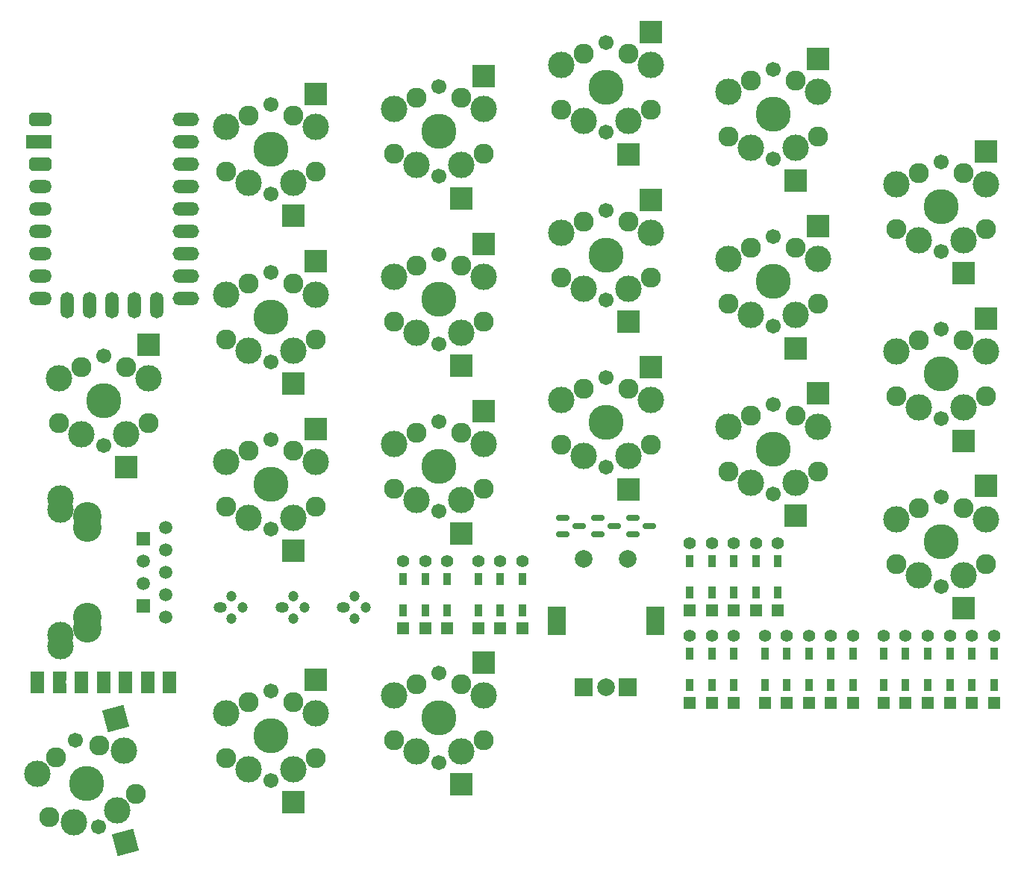
<source format=gbr>
%TF.GenerationSoftware,KiCad,Pcbnew,9.0.4*%
%TF.CreationDate,2025-10-31T22:45:31+09:00*%
%TF.ProjectId,KeeNoard-SMD,4b65654e-6f61-4726-942d-534d442e6b69,rev?*%
%TF.SameCoordinates,Original*%
%TF.FileFunction,Soldermask,Top*%
%TF.FilePolarity,Negative*%
%FSLAX46Y46*%
G04 Gerber Fmt 4.6, Leading zero omitted, Abs format (unit mm)*
G04 Created by KiCad (PCBNEW 9.0.4) date 2025-10-31 22:45:31*
%MOMM*%
%LPD*%
G01*
G04 APERTURE LIST*
G04 Aperture macros list*
%AMRoundRect*
0 Rectangle with rounded corners*
0 $1 Rounding radius*
0 $2 $3 $4 $5 $6 $7 $8 $9 X,Y pos of 4 corners*
0 Add a 4 corners polygon primitive as box body*
4,1,4,$2,$3,$4,$5,$6,$7,$8,$9,$2,$3,0*
0 Add four circle primitives for the rounded corners*
1,1,$1+$1,$2,$3*
1,1,$1+$1,$4,$5*
1,1,$1+$1,$6,$7*
1,1,$1+$1,$8,$9*
0 Add four rect primitives between the rounded corners*
20,1,$1+$1,$2,$3,$4,$5,0*
20,1,$1+$1,$4,$5,$6,$7,0*
20,1,$1+$1,$6,$7,$8,$9,0*
20,1,$1+$1,$8,$9,$2,$3,0*%
%AMRotRect*
0 Rectangle, with rotation*
0 The origin of the aperture is its center*
0 $1 length*
0 $2 width*
0 $3 Rotation angle, in degrees counterclockwise*
0 Add horizontal line*
21,1,$1,$2,0,0,$3*%
%AMOutline5P*
0 Free polygon, 5 corners , with rotation*
0 The origin of the aperture is its center*
0 number of corners: always 5*
0 $1 to $10 corner X, Y*
0 $11 Rotation angle, in degrees counterclockwise*
0 create outline with 5 corners*
4,1,5,$1,$2,$3,$4,$5,$6,$7,$8,$9,$10,$1,$2,$11*%
%AMOutline6P*
0 Free polygon, 6 corners , with rotation*
0 The origin of the aperture is its center*
0 number of corners: always 6*
0 $1 to $12 corner X, Y*
0 $13 Rotation angle, in degrees counterclockwise*
0 create outline with 6 corners*
4,1,6,$1,$2,$3,$4,$5,$6,$7,$8,$9,$10,$11,$12,$1,$2,$13*%
%AMOutline7P*
0 Free polygon, 7 corners , with rotation*
0 The origin of the aperture is its center*
0 number of corners: always 7*
0 $1 to $14 corner X, Y*
0 $15 Rotation angle, in degrees counterclockwise*
0 create outline with 7 corners*
4,1,7,$1,$2,$3,$4,$5,$6,$7,$8,$9,$10,$11,$12,$13,$14,$1,$2,$15*%
%AMOutline8P*
0 Free polygon, 8 corners , with rotation*
0 The origin of the aperture is its center*
0 number of corners: always 8*
0 $1 to $16 corner X, Y*
0 $17 Rotation angle, in degrees counterclockwise*
0 create outline with 8 corners*
4,1,8,$1,$2,$3,$4,$5,$6,$7,$8,$9,$10,$11,$12,$13,$14,$15,$16,$1,$2,$17*%
%AMFreePoly0*
4,1,6,1.000000,0.000000,0.500000,-0.750000,-0.500000,-0.750000,-0.500000,0.750000,0.500000,0.750000,1.000000,0.000000,1.000000,0.000000,$1*%
%AMFreePoly1*
4,1,6,0.500000,-0.750000,-0.650000,-0.750000,-0.150000,0.000000,-0.650000,0.750000,0.500000,0.750000,0.500000,-0.750000,0.500000,-0.750000,$1*%
G04 Aperture macros list end*
%ADD10C,0.000000*%
%ADD11R,1.397000X1.397000*%
%ADD12R,0.940000X1.400000*%
%ADD13C,1.397000*%
%ADD14FreePoly0,270.000000*%
%ADD15FreePoly1,270.000000*%
%ADD16C,1.200000*%
%ADD17O,1.500000X1.200000*%
%ADD18R,2.000000X2.000000*%
%ADD19C,2.000000*%
%ADD20R,2.000000X3.200000*%
%ADD21C,1.701800*%
%ADD22C,3.000000*%
%ADD23C,3.987800*%
%ADD24R,2.500000X2.550000*%
%ADD25C,2.286000*%
%ADD26O,3.000000X1.500000*%
%ADD27O,1.500000X3.000000*%
%ADD28O,2.600000X1.500000*%
%ADD29Outline8P,-1.300000X0.450000X-1.000000X0.750000X1.000000X0.750000X1.300000X0.450000X1.300000X-0.450000X1.000000X-0.750000X-1.000000X-0.750000X-1.300000X-0.450000X0.000000*%
%ADD30R,3.000000X1.500000*%
%ADD31RoundRect,0.150000X-0.587500X-0.150000X0.587500X-0.150000X0.587500X0.150000X-0.587500X0.150000X0*%
%ADD32C,3.250000*%
%ADD33R,1.500000X1.500000*%
%ADD34C,1.500000*%
%ADD35RotRect,2.550000X2.500000X285.000000*%
G04 APERTURE END LIST*
D10*
%TO.C,JP1*%
G36*
X38750000Y-101225000D02*
G01*
X37250000Y-101225000D01*
X37250000Y-98775000D01*
X38750000Y-98775000D01*
X38750000Y-101225000D01*
G37*
%TO.C,JP6*%
G36*
X51250000Y-101225000D02*
G01*
X49750000Y-101225000D01*
X49750000Y-98775000D01*
X51250000Y-98775000D01*
X51250000Y-101225000D01*
G37*
%TO.C,JP5*%
G36*
X48750000Y-101225000D02*
G01*
X47250000Y-101225000D01*
X47250000Y-98775000D01*
X48750000Y-98775000D01*
X48750000Y-101225000D01*
G37*
%TO.C,JP7*%
G36*
X53750000Y-101225000D02*
G01*
X52250000Y-101225000D01*
X52250000Y-98775000D01*
X53750000Y-98775000D01*
X53750000Y-101225000D01*
G37*
%TO.C,JP4*%
G36*
X46250000Y-101225000D02*
G01*
X44750000Y-101225000D01*
X44750000Y-98775000D01*
X46250000Y-98775000D01*
X46250000Y-101225000D01*
G37*
%TO.C,JP2*%
G36*
X41250000Y-101225000D02*
G01*
X39750000Y-101225000D01*
X39750000Y-98775000D01*
X41250000Y-98775000D01*
X41250000Y-101225000D01*
G37*
%TO.C,JP3*%
G36*
X43750000Y-101225000D02*
G01*
X42250000Y-101225000D01*
X42250000Y-98775000D01*
X43750000Y-98775000D01*
X43750000Y-101225000D01*
G37*
%TD*%
D11*
%TO.C,D10*%
X117000000Y-102309999D03*
D12*
X116999998Y-100274998D03*
X117000002Y-96725002D03*
D13*
X117000000Y-94690001D03*
%TD*%
D14*
%TO.C,JP1*%
X38000000Y-99275000D03*
D15*
X38000000Y-100725000D03*
%TD*%
D11*
%TO.C,D+2*%
X81999998Y-93809999D03*
D12*
X82000000Y-91774998D03*
X81999996Y-88225002D03*
D13*
X81999998Y-86190001D03*
%TD*%
D11*
%TO.C,D11*%
X117000000Y-91809999D03*
D12*
X116999998Y-89774998D03*
X117000002Y-86225002D03*
D13*
X117000000Y-84190001D03*
%TD*%
D16*
%TO.C,Q1*%
X61270000Y-91500000D03*
X60000000Y-90230000D03*
X60000000Y-92770000D03*
D17*
X58730000Y-91500000D03*
%TD*%
D18*
%TO.C,SW20*%
X100000000Y-100500000D03*
X105000000Y-100500000D03*
D19*
X102500000Y-100500000D03*
X102500000Y-100500000D03*
D20*
X96900000Y-93000000D03*
X108100000Y-93000000D03*
D19*
X105000000Y-86000000D03*
X100000000Y-86000000D03*
%TD*%
D21*
%TO.C,SW6*%
X64500000Y-100920000D03*
D22*
X69580000Y-103460000D03*
X59420000Y-103460000D03*
D23*
X64500000Y-106000000D03*
D22*
X67040000Y-109810000D03*
X61960000Y-109810000D03*
D21*
X64500000Y-111080000D03*
D24*
X69580000Y-99710000D03*
D25*
X67040000Y-102190000D03*
X61960000Y-102190000D03*
X69580000Y-108540000D03*
X59420000Y-108540000D03*
D24*
X67040000Y-113560000D03*
%TD*%
D16*
%TO.C,Q2*%
X68270000Y-91500000D03*
X67000000Y-90230000D03*
X67000000Y-92770000D03*
D17*
X65730000Y-91500000D03*
%TD*%
D21*
%TO.C,SW3*%
X64500000Y-34420000D03*
D22*
X69580000Y-36960000D03*
X59420000Y-36960000D03*
D23*
X64500000Y-39500000D03*
D22*
X67040000Y-43310000D03*
X61960000Y-43310000D03*
D21*
X64500000Y-44580000D03*
D24*
X69580000Y-33210000D03*
D25*
X67040000Y-35690000D03*
X61960000Y-35690000D03*
X69580000Y-42040000D03*
X59420000Y-42040000D03*
D24*
X67040000Y-47060000D03*
%TD*%
D11*
%TO.C,D13*%
X141499996Y-102309996D03*
D12*
X141499994Y-100274995D03*
X141499998Y-96724999D03*
D13*
X141499996Y-94689998D03*
%TD*%
D21*
%TO.C,SW4*%
X64500000Y-53420000D03*
D22*
X69580000Y-55960000D03*
X59420000Y-55960000D03*
D23*
X64500000Y-58500000D03*
D22*
X67040000Y-62310000D03*
X61960000Y-62310000D03*
D21*
X64500000Y-63580000D03*
D24*
X69580000Y-52210000D03*
D25*
X67040000Y-54690000D03*
X61960000Y-54690000D03*
X69580000Y-61040000D03*
X59420000Y-61040000D03*
D24*
X67040000Y-66060000D03*
%TD*%
D11*
%TO.C,D14*%
X119499997Y-91810004D03*
D12*
X119499995Y-89775003D03*
X119499999Y-86225007D03*
D13*
X119499997Y-84190006D03*
%TD*%
D21*
%TO.C,SW13*%
X102500000Y-65420000D03*
D22*
X107580000Y-67960000D03*
X97420000Y-67960000D03*
D23*
X102500000Y-70500000D03*
D22*
X105040000Y-74310000D03*
X99960000Y-74310000D03*
D21*
X102500000Y-75580000D03*
D24*
X107580000Y-64210000D03*
D25*
X105040000Y-66690000D03*
X99960000Y-66690000D03*
X107580000Y-73040000D03*
X97420000Y-73040000D03*
D24*
X105040000Y-78060000D03*
%TD*%
D14*
%TO.C,JP6*%
X50500000Y-99275000D03*
D15*
X50500000Y-100725000D03*
%TD*%
D11*
%TO.C,D8*%
X123000000Y-102309999D03*
D12*
X122999998Y-100274998D03*
X123000002Y-96725002D03*
D13*
X123000000Y-94690001D03*
%TD*%
D26*
%TO.C,U1*%
X54870000Y-36090000D03*
X54870000Y-38630000D03*
X54870000Y-41170000D03*
X54870000Y-43710000D03*
X54870000Y-46250000D03*
X54870000Y-48790000D03*
X54870000Y-51330000D03*
X54870000Y-53870000D03*
X54870000Y-56410000D03*
D27*
X51580000Y-57160000D03*
X49040000Y-57160000D03*
X46500000Y-57160000D03*
X43960000Y-57160000D03*
X41420000Y-57160000D03*
D28*
X38330000Y-56410000D03*
X38330000Y-53870000D03*
X38330000Y-51330000D03*
X38330000Y-48790000D03*
X38330000Y-46250000D03*
X38330000Y-43710000D03*
D29*
X38330000Y-41170000D03*
D30*
X38130000Y-38630000D03*
D29*
X38330000Y-36090000D03*
%TD*%
D21*
%TO.C,SW5*%
X64500000Y-72420000D03*
D22*
X69580000Y-74960000D03*
X59420000Y-74960000D03*
D23*
X64500000Y-77500000D03*
D22*
X67040000Y-81310000D03*
X61960000Y-81310000D03*
D21*
X64500000Y-82580000D03*
D24*
X69580000Y-71210000D03*
D25*
X67040000Y-73690000D03*
X61960000Y-73690000D03*
X69580000Y-80040000D03*
X59420000Y-80040000D03*
D24*
X67040000Y-85060000D03*
%TD*%
D11*
%TO.C,D3*%
X112000001Y-91810002D03*
D12*
X111999999Y-89775001D03*
X112000003Y-86225005D03*
D13*
X112000001Y-84190004D03*
%TD*%
D11*
%TO.C,D4*%
X120500000Y-102309999D03*
D12*
X120499998Y-100274998D03*
X120500002Y-96725002D03*
D13*
X120500000Y-94690001D03*
%TD*%
D11*
%TO.C,D+3*%
X79499996Y-93809999D03*
D12*
X79499998Y-91774998D03*
X79499994Y-88225002D03*
D13*
X79499996Y-86190001D03*
%TD*%
D21*
%TO.C,SW12*%
X102500000Y-46420000D03*
D22*
X107580000Y-48960000D03*
X97420000Y-48960000D03*
D23*
X102500000Y-51500000D03*
D22*
X105040000Y-55310000D03*
X99960000Y-55310000D03*
D21*
X102500000Y-56580000D03*
D24*
X107580000Y-45210000D03*
D25*
X105040000Y-47690000D03*
X99960000Y-47690000D03*
X107580000Y-54040000D03*
X97420000Y-54040000D03*
D24*
X105040000Y-59060000D03*
%TD*%
D21*
%TO.C,SW15*%
X121500000Y-49420000D03*
D22*
X126580000Y-51960000D03*
X116420000Y-51960000D03*
D23*
X121500000Y-54500000D03*
D22*
X124040000Y-58310000D03*
X118960000Y-58310000D03*
D21*
X121500000Y-59580000D03*
D24*
X126580000Y-48210000D03*
D25*
X124040000Y-50690000D03*
X118960000Y-50690000D03*
X126580000Y-57040000D03*
X116420000Y-57040000D03*
D24*
X124040000Y-62060000D03*
%TD*%
D21*
%TO.C,SW10*%
X83500000Y-98920000D03*
D22*
X88580000Y-101460000D03*
X78420000Y-101460000D03*
D23*
X83500000Y-104000000D03*
D22*
X86040000Y-107810000D03*
X80960000Y-107810000D03*
D21*
X83500000Y-109080000D03*
D24*
X88580000Y-97710000D03*
D25*
X86040000Y-100190000D03*
X80960000Y-100190000D03*
X88580000Y-106540000D03*
X78420000Y-106540000D03*
D24*
X86040000Y-111560000D03*
%TD*%
D21*
%TO.C,SW19*%
X140500000Y-78920000D03*
D22*
X145580000Y-81460000D03*
X135420000Y-81460000D03*
D23*
X140500000Y-84000000D03*
D22*
X143040000Y-87810000D03*
X137960000Y-87810000D03*
D21*
X140500000Y-89080000D03*
D24*
X145580000Y-77710000D03*
D25*
X143040000Y-80190000D03*
X137960000Y-80190000D03*
X145580000Y-86540000D03*
X135420000Y-86540000D03*
D24*
X143040000Y-91560000D03*
%TD*%
D14*
%TO.C,JP5*%
X48000000Y-99275000D03*
D15*
X48000000Y-100725000D03*
%TD*%
D11*
%TO.C,D17*%
X121999998Y-91810003D03*
D12*
X121999996Y-89775002D03*
X122000000Y-86225006D03*
D13*
X121999998Y-84190005D03*
%TD*%
D21*
%TO.C,SW8*%
X83500000Y-51420000D03*
D22*
X88580000Y-53960000D03*
X78420000Y-53960000D03*
D23*
X83500000Y-56500000D03*
D22*
X86040000Y-60310000D03*
X80960000Y-60310000D03*
D21*
X83500000Y-61580000D03*
D24*
X88580000Y-50210000D03*
D25*
X86040000Y-52690000D03*
X80960000Y-52690000D03*
X88580000Y-59040000D03*
X78420000Y-59040000D03*
D24*
X86040000Y-64060000D03*
%TD*%
D11*
%TO.C,D+1*%
X84499997Y-93810001D03*
D12*
X84499999Y-91775000D03*
X84499995Y-88225004D03*
D13*
X84499997Y-86190003D03*
%TD*%
D21*
%TO.C,SW11*%
X102500000Y-27420000D03*
D22*
X107580000Y-29960000D03*
X97420000Y-29960000D03*
D23*
X102500000Y-32500000D03*
D22*
X105040000Y-36310000D03*
X99960000Y-36310000D03*
D21*
X102500000Y-37580000D03*
D24*
X107580000Y-26210000D03*
D25*
X105040000Y-28690000D03*
X99960000Y-28690000D03*
X107580000Y-35040000D03*
X97420000Y-35040000D03*
D24*
X105040000Y-40060000D03*
%TD*%
D31*
%TO.C,Q3*%
X107437500Y-82250000D03*
X107437500Y-82250000D03*
X105562500Y-81300000D03*
X105562500Y-81300000D03*
X105562500Y-83200000D03*
X105562500Y-83200000D03*
%TD*%
D32*
%TO.C,J2_RECV1*%
X43650000Y-81150000D03*
X43650000Y-82420000D03*
X43650000Y-92580000D03*
X43650000Y-93850000D03*
D33*
X50000000Y-83690000D03*
D34*
X52540000Y-84960000D03*
X50000000Y-86230000D03*
X52540000Y-87500000D03*
X50000000Y-88770000D03*
X52540000Y-90040000D03*
D33*
X50000000Y-91310000D03*
D34*
X52540000Y-82420000D03*
X52540000Y-92580000D03*
D22*
X40600000Y-79095000D03*
X40600000Y-80365000D03*
X40600000Y-94635000D03*
X40600000Y-95905000D03*
%TD*%
D11*
%TO.C,D6*%
X114500000Y-102309999D03*
D12*
X114499998Y-100274998D03*
X114500002Y-96725002D03*
D13*
X114500000Y-94690001D03*
%TD*%
D14*
%TO.C,JP7*%
X53000000Y-99275000D03*
D15*
X53000000Y-100725000D03*
%TD*%
D31*
%TO.C,Q2*%
X103437500Y-82250000D03*
X103437500Y-82250000D03*
X101562500Y-81300000D03*
X101562500Y-81300000D03*
X101562500Y-83200000D03*
X101562500Y-83200000D03*
%TD*%
D14*
%TO.C,JP4*%
X45500000Y-99275000D03*
D15*
X45500000Y-100725000D03*
%TD*%
D21*
%TO.C,SW16*%
X121500000Y-68420000D03*
D22*
X126580000Y-70960000D03*
X116420000Y-70960000D03*
D23*
X121500000Y-73500000D03*
D22*
X124040000Y-77310000D03*
X118960000Y-77310000D03*
D21*
X121500000Y-78580000D03*
D24*
X126580000Y-67210000D03*
D25*
X124040000Y-69690000D03*
X118960000Y-69690000D03*
X126580000Y-76040000D03*
X116420000Y-76040000D03*
D24*
X124040000Y-81060000D03*
%TD*%
D21*
%TO.C,SW9*%
X83500000Y-70420000D03*
D22*
X88580000Y-72960000D03*
X78420000Y-72960000D03*
D23*
X83500000Y-75500000D03*
D22*
X86040000Y-79310000D03*
X80960000Y-79310000D03*
D21*
X83500000Y-80580000D03*
D24*
X88580000Y-69210000D03*
D25*
X86040000Y-71690000D03*
X80960000Y-71690000D03*
X88580000Y-78040000D03*
X78420000Y-78040000D03*
D24*
X86040000Y-83060000D03*
%TD*%
D11*
%TO.C,D7*%
X114500001Y-91810002D03*
D12*
X114499999Y-89775001D03*
X114500003Y-86225005D03*
D13*
X114500001Y-84190004D03*
%TD*%
D21*
%TO.C,SW17*%
X140500000Y-40920000D03*
D22*
X145580000Y-43460000D03*
X135420000Y-43460000D03*
D23*
X140500000Y-46000000D03*
D22*
X143040000Y-49810000D03*
X137960000Y-49810000D03*
D21*
X140500000Y-51080000D03*
D24*
X145580000Y-39710000D03*
D25*
X143040000Y-42190000D03*
X137960000Y-42190000D03*
X145580000Y-48540000D03*
X135420000Y-48540000D03*
D24*
X143040000Y-53560000D03*
%TD*%
D11*
%TO.C,D16*%
X143999995Y-102310000D03*
D12*
X143999993Y-100274999D03*
X143999997Y-96725003D03*
D13*
X143999995Y-94690002D03*
%TD*%
D21*
%TO.C,SW1*%
X45500000Y-62920000D03*
D22*
X50580000Y-65460000D03*
X40420000Y-65460000D03*
D23*
X45500000Y-68000000D03*
D22*
X48040000Y-71810000D03*
X42960000Y-71810000D03*
D21*
X45500000Y-73080000D03*
D24*
X50580000Y-61710000D03*
D25*
X48040000Y-64190000D03*
X42960000Y-64190000D03*
X50580000Y-70540000D03*
X40420000Y-70540000D03*
D24*
X48040000Y-75560000D03*
%TD*%
D11*
%TO.C,D19*%
X146499998Y-102309997D03*
D12*
X146499996Y-100274996D03*
X146500000Y-96725000D03*
D13*
X146499998Y-94689999D03*
%TD*%
D11*
%TO.C,D9*%
X138999999Y-102309999D03*
D12*
X138999997Y-100274998D03*
X139000001Y-96725002D03*
D13*
X138999999Y-94690001D03*
%TD*%
D21*
%TO.C,SW7*%
X83500000Y-32420000D03*
D22*
X88580000Y-34960000D03*
X78420000Y-34960000D03*
D23*
X83500000Y-37500000D03*
D22*
X86040000Y-41310000D03*
X80960000Y-41310000D03*
D21*
X83500000Y-42580000D03*
D24*
X88580000Y-31210000D03*
D25*
X86040000Y-33690000D03*
X80960000Y-33690000D03*
X88580000Y-40040000D03*
X78420000Y-40040000D03*
D24*
X86040000Y-45060000D03*
%TD*%
D16*
%TO.C,Q3*%
X75270000Y-91500000D03*
X74000000Y-90230000D03*
X74000000Y-92770000D03*
D17*
X72730000Y-91500000D03*
%TD*%
D11*
%TO.C,D5*%
X136500000Y-102310002D03*
D12*
X136499998Y-100275001D03*
X136500002Y-96725005D03*
D13*
X136500000Y-94690004D03*
%TD*%
D21*
%TO.C,SW18*%
X140500000Y-59920000D03*
D22*
X145580000Y-62460000D03*
X135420000Y-62460000D03*
D23*
X140500000Y-65000000D03*
D22*
X143040000Y-68810000D03*
X137960000Y-68810000D03*
D21*
X140500000Y-70080000D03*
D24*
X145580000Y-58710000D03*
D25*
X143040000Y-61190000D03*
X137960000Y-61190000D03*
X145580000Y-67540000D03*
X135420000Y-67540000D03*
D24*
X143040000Y-72560000D03*
%TD*%
D14*
%TO.C,JP2*%
X40500000Y-99275000D03*
D15*
X40500000Y-100725000D03*
%TD*%
D21*
%TO.C,SW2*%
X42274870Y-106582690D03*
D22*
X47839174Y-107721341D03*
X38025367Y-110350942D03*
D23*
X43589671Y-111489593D03*
D22*
X47029223Y-114512370D03*
X42122320Y-115827171D03*
D21*
X44904472Y-116396496D03*
D35*
X46868602Y-104099119D03*
D25*
X45057022Y-107152015D03*
X40150119Y-108466816D03*
X49153975Y-112628244D03*
X39340168Y-115257845D03*
D35*
X47999795Y-118134592D03*
%TD*%
D21*
%TO.C,SW14*%
X121500000Y-30420000D03*
D22*
X126580000Y-32960000D03*
X116420000Y-32960000D03*
D23*
X121500000Y-35500000D03*
D22*
X124040000Y-39310000D03*
X118960000Y-39310000D03*
D21*
X121500000Y-40580000D03*
D24*
X126580000Y-29210000D03*
D25*
X124040000Y-31690000D03*
X118960000Y-31690000D03*
X126580000Y-38040000D03*
X116420000Y-38040000D03*
D24*
X124040000Y-43060000D03*
%TD*%
D14*
%TO.C,JP3*%
X43000000Y-99275000D03*
D15*
X43000000Y-100725000D03*
%TD*%
D31*
%TO.C,Q1*%
X99437500Y-82250000D03*
X99437500Y-82250000D03*
X97562500Y-81300000D03*
X97562500Y-81300000D03*
X97562500Y-83200000D03*
X97562500Y-83200000D03*
%TD*%
D11*
%TO.C,D1*%
X133999999Y-102309999D03*
D12*
X133999997Y-100274998D03*
X134000001Y-96725002D03*
D13*
X133999999Y-94690001D03*
%TD*%
D11*
%TO.C,D++1*%
X88000002Y-93810002D03*
D12*
X88000000Y-91775001D03*
X88000004Y-88225005D03*
D13*
X88000002Y-86190004D03*
%TD*%
D11*
%TO.C,D15*%
X127999999Y-102309999D03*
D12*
X127999997Y-100274998D03*
X128000001Y-96725002D03*
D13*
X127999999Y-94690001D03*
%TD*%
D11*
%TO.C,D12*%
X125500000Y-102309995D03*
D12*
X125499998Y-100274994D03*
X125500002Y-96724998D03*
D13*
X125500000Y-94689997D03*
%TD*%
D11*
%TO.C,D++2*%
X90500000Y-93809998D03*
D12*
X90499998Y-91774997D03*
X90500002Y-88225001D03*
D13*
X90500000Y-86190000D03*
%TD*%
D11*
%TO.C,D18*%
X130499999Y-102309995D03*
D12*
X130499997Y-100274994D03*
X130500001Y-96724998D03*
D13*
X130499999Y-94689997D03*
%TD*%
D11*
%TO.C,D++3*%
X93000004Y-93810000D03*
D12*
X93000002Y-91774999D03*
X93000006Y-88225003D03*
D13*
X93000004Y-86190002D03*
%TD*%
D11*
%TO.C,D2*%
X112000000Y-102309999D03*
D12*
X111999998Y-100274998D03*
X112000002Y-96725002D03*
D13*
X112000000Y-94690001D03*
%TD*%
M02*

</source>
